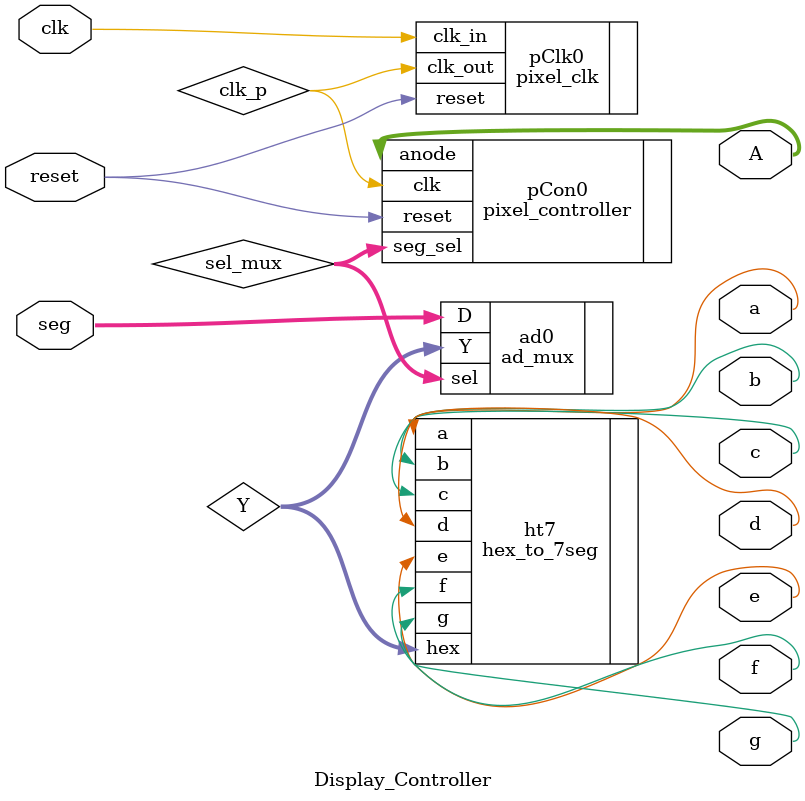
<source format=v>
`timescale 1ns / 1ps
/***********************************************************************************
*
* Designer: Hung Le, Justin Maeder
* Email: 	hungx92@yahoo.com, Justin_maeder@hotmail.com
* Filename: Display_Controller.v
* Date:		May 07, 2018
* Version:	14.7
*
* Purpose:   This module takes inputs of 32 bits of data and displays them on the
*			 anodes. The 32 bits are split into 8 segments each displaying on one 
*			 pixel. It does this by taking the 4 bits and translating it into the 
*			 7 segments, then enables the anode that the data is to go on. The 
*			 decision to display the correct data is made by an 8-1 mux. The pixels
*         turn on one at a time. A FSM is used to go through each anode by 
*			 continuously going through state 0 to state 7. State 0 corresponds to 
*			 anode 0 and state 7 corresponds to anode 7.  
* 			   
***********************************************************************************/

module Display_Controller(clk, reset, seg, A, a, b, c, d, e, f, g);
	input 		 clk, reset;
	input [31:0] seg; 
	
	output [7:0] A; 
	output a, b, c, d, e, f, g; 
	
	wire 		  clk_p;   //clk to pix controller
	wire [2:0] sel_mux; //pix contr. to mux
	wire [3:0] Y;       // mux to hex 
	
	pixel_clk 		  pClk0(.clk_in(clk), 
								  .reset(reset),
								  .clk_out(clk_p));
	
	pixel_controller pCon0(.clk(clk_p),
								  .reset(reset),
								  .anode(A),          // Turning on anodes
								  .seg_sel(sel_mux)); // The corresponding anodes number
	
	ad_mux 			  ad0  (.sel(sel_mux),  	 // Anode number
								  .D(seg),
								  .Y(Y));				 // Data for that anode 
	
	hex_to_7seg 	  ht7  (.hex(Y),				 // 4-bits 	
								  .a(a) ,
								  .b(b) ,
								  .c(c) ,
								  .d(d) ,
								  .e(e) , 
								  .f(f) ,
								  .g(g)); 

endmodule

</source>
